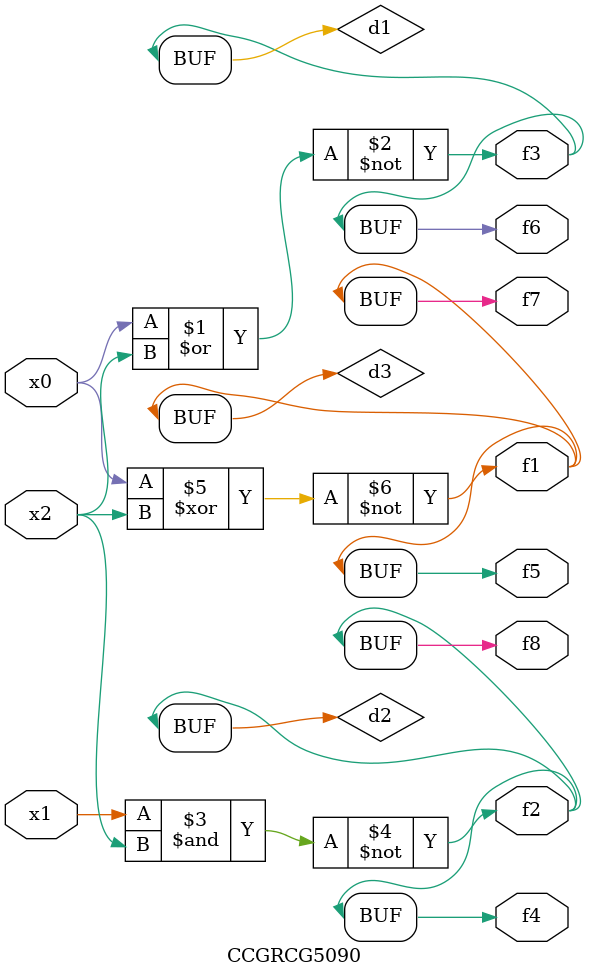
<source format=v>
module CCGRCG5090(
	input x0, x1, x2,
	output f1, f2, f3, f4, f5, f6, f7, f8
);

	wire d1, d2, d3;

	nor (d1, x0, x2);
	nand (d2, x1, x2);
	xnor (d3, x0, x2);
	assign f1 = d3;
	assign f2 = d2;
	assign f3 = d1;
	assign f4 = d2;
	assign f5 = d3;
	assign f6 = d1;
	assign f7 = d3;
	assign f8 = d2;
endmodule

</source>
